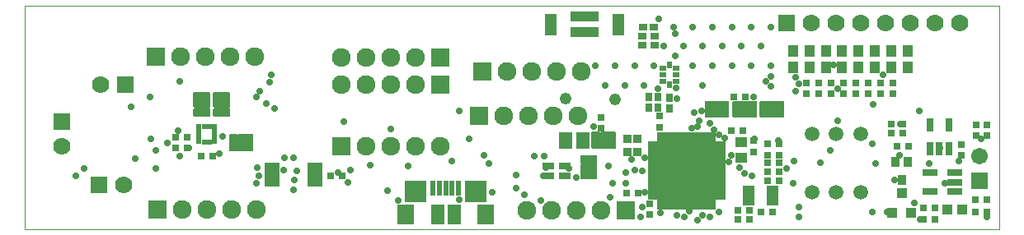
<source format=gts>
G04*
G04 #@! TF.GenerationSoftware,Altium Limited,Altium Designer,19.1.5 (86)*
G04*
G04 Layer_Color=8388736*
%FSLAX25Y25*%
%MOIN*%
G70*
G01*
G75*
%ADD12C,0.00394*%
%ADD32O,0.04000X0.02000*%
%ADD33O,0.02000X0.04000*%
%ADD51R,0.11824X0.03950*%
%ADD52R,0.04737X0.08674*%
%ADD53R,0.02965X0.02965*%
%ADD54R,0.03950X0.04737*%
%ADD55R,0.03753X0.03162*%
%ADD56R,0.03241X0.03162*%
%ADD57R,0.02375X0.03162*%
%ADD58R,0.03162X0.02375*%
%ADD59R,0.02375X0.06115*%
%ADD60R,0.09068X0.08674*%
%ADD61R,0.07099X0.08280*%
%ADD62R,0.05524X0.08280*%
%ADD63R,0.05328X0.06509*%
%ADD64R,0.04934X0.03162*%
%ADD65R,0.03556X0.03753*%
%ADD66R,0.03162X0.03241*%
%ADD67R,0.04147X0.01981*%
%ADD68R,0.01981X0.04147*%
%ADD69R,0.23241X0.23241*%
%ADD70R,0.03162X0.03753*%
%ADD71R,0.02965X0.02965*%
%ADD72R,0.04737X0.04343*%
%ADD73R,0.04737X0.07887*%
%ADD74R,0.03950X0.03950*%
%ADD75R,0.06312X0.03162*%
%ADD76R,0.03162X0.05328*%
%ADD77R,0.03950X0.04343*%
%ADD78R,0.03556X0.04343*%
%ADD79R,0.06312X0.01981*%
%ADD80R,0.01981X0.02178*%
%ADD81R,0.02178X0.01981*%
%ADD82C,0.07001*%
%ADD83R,0.07001X0.07001*%
%ADD84R,0.07591X0.07591*%
%ADD85C,0.07591*%
%ADD86C,0.06706*%
%ADD87R,0.06706X0.06706*%
%ADD88C,0.05918*%
%ADD89R,0.07001X0.07001*%
%ADD90C,0.02800*%
%ADD91C,0.04800*%
G36*
X406552Y158897D02*
X406604Y158887D01*
X406653Y158870D01*
X406700Y158847D01*
X406744Y158818D01*
X406783Y158783D01*
X406818Y158744D01*
X406847Y158700D01*
X406870Y158653D01*
X406887Y158604D01*
X406897Y158552D01*
X406901Y158500D01*
Y152500D01*
X406897Y152448D01*
X406887Y152396D01*
X406870Y152347D01*
X406847Y152300D01*
X406818Y152256D01*
X406783Y152217D01*
X406744Y152182D01*
X406700Y152153D01*
X406653Y152130D01*
X406604Y152113D01*
X406552Y152103D01*
X406500Y152099D01*
X401000D01*
X400948Y152103D01*
X400896Y152113D01*
X400847Y152130D01*
X400800Y152153D01*
X400756Y152182D01*
X400717Y152217D01*
X400682Y152256D01*
X400653Y152300D01*
X400630Y152347D01*
X400613Y152396D01*
X400603Y152448D01*
X400599Y152500D01*
X400601Y152534D01*
X400283Y152217D01*
X400244Y152182D01*
X400200Y152153D01*
X400153Y152130D01*
X400104Y152113D01*
X400052Y152103D01*
X400000Y152099D01*
X397500D01*
X397448Y152103D01*
X397396Y152113D01*
X397347Y152130D01*
X397300Y152153D01*
X397256Y152182D01*
X397217Y152217D01*
X397182Y152256D01*
X397153Y152300D01*
X397130Y152347D01*
X397113Y152396D01*
X397103Y152448D01*
X397099Y152500D01*
Y158500D01*
X397103Y158552D01*
X397113Y158604D01*
X397130Y158653D01*
X397153Y158700D01*
X397182Y158744D01*
X397217Y158783D01*
X397256Y158818D01*
X397300Y158847D01*
X397347Y158870D01*
X397396Y158887D01*
X397448Y158897D01*
X397500Y158901D01*
X400000D01*
X400052Y158897D01*
X400104Y158887D01*
X400153Y158870D01*
X400200Y158847D01*
X400244Y158818D01*
X400283Y158783D01*
X400601Y158466D01*
X400599Y158500D01*
X400603Y158552D01*
X400613Y158604D01*
X400630Y158653D01*
X400653Y158700D01*
X400682Y158744D01*
X400717Y158783D01*
X400756Y158818D01*
X400800Y158847D01*
X400847Y158870D01*
X400896Y158887D01*
X400948Y158897D01*
X401000Y158901D01*
X406500D01*
X406552Y158897D01*
D02*
G37*
G36*
X395552D02*
X395604Y158887D01*
X395653Y158870D01*
X395700Y158847D01*
X395744Y158818D01*
X395783Y158783D01*
X395818Y158744D01*
X395847Y158700D01*
X395870Y158653D01*
X395887Y158604D01*
X395897Y158552D01*
X395901Y158500D01*
Y152500D01*
X395897Y152448D01*
X395887Y152396D01*
X395870Y152347D01*
X395847Y152300D01*
X395818Y152256D01*
X395783Y152217D01*
X395744Y152182D01*
X395700Y152153D01*
X395653Y152130D01*
X395604Y152113D01*
X395552Y152103D01*
X395500Y152099D01*
X390000D01*
X389948Y152103D01*
X389896Y152113D01*
X389847Y152130D01*
X389800Y152153D01*
X389756Y152182D01*
X389717Y152217D01*
X389682Y152256D01*
X389653Y152300D01*
X389630Y152347D01*
X389613Y152396D01*
X389603Y152448D01*
X389599Y152500D01*
X389601Y152534D01*
X389283Y152217D01*
X389244Y152182D01*
X389200Y152153D01*
X389153Y152130D01*
X389104Y152113D01*
X389052Y152103D01*
X389000Y152099D01*
X386500D01*
X386448Y152103D01*
X386396Y152113D01*
X386347Y152130D01*
X386300Y152153D01*
X386256Y152182D01*
X386217Y152217D01*
X386182Y152256D01*
X386153Y152300D01*
X386130Y152347D01*
X386113Y152396D01*
X386103Y152448D01*
X386099Y152500D01*
Y158500D01*
X386103Y158552D01*
X386113Y158604D01*
X386130Y158653D01*
X386153Y158700D01*
X386182Y158744D01*
X386217Y158783D01*
X386256Y158818D01*
X386300Y158847D01*
X386347Y158870D01*
X386396Y158887D01*
X386448Y158897D01*
X386500Y158901D01*
X389000D01*
X389052Y158897D01*
X389104Y158887D01*
X389153Y158870D01*
X389200Y158847D01*
X389244Y158818D01*
X389283Y158783D01*
X389601Y158466D01*
X389599Y158500D01*
X389603Y158552D01*
X389613Y158604D01*
X389630Y158653D01*
X389653Y158700D01*
X389682Y158744D01*
X389717Y158783D01*
X389756Y158818D01*
X389800Y158847D01*
X389847Y158870D01*
X389896Y158887D01*
X389948Y158897D01*
X390000Y158901D01*
X395500D01*
X395552Y158897D01*
D02*
G37*
G36*
X384302D02*
X384354Y158887D01*
X384403Y158870D01*
X384450Y158847D01*
X384494Y158818D01*
X384533Y158783D01*
X384568Y158744D01*
X384597Y158700D01*
X384620Y158653D01*
X384637Y158604D01*
X384647Y158552D01*
X384651Y158500D01*
Y152500D01*
X384647Y152448D01*
X384637Y152396D01*
X384620Y152347D01*
X384597Y152300D01*
X384568Y152256D01*
X384533Y152217D01*
X384494Y152182D01*
X384450Y152153D01*
X384403Y152130D01*
X384354Y152113D01*
X384302Y152103D01*
X384250Y152099D01*
X378750D01*
X378698Y152103D01*
X378646Y152113D01*
X378597Y152130D01*
X378550Y152153D01*
X378506Y152182D01*
X378467Y152217D01*
X378432Y152256D01*
X378403Y152300D01*
X378380Y152347D01*
X378363Y152396D01*
X378353Y152448D01*
X378349Y152500D01*
X378351Y152534D01*
X378033Y152217D01*
X377994Y152182D01*
X377950Y152153D01*
X377903Y152130D01*
X377854Y152113D01*
X377802Y152103D01*
X377750Y152099D01*
X375250D01*
X375198Y152103D01*
X375146Y152113D01*
X375097Y152130D01*
X375050Y152153D01*
X375006Y152182D01*
X374967Y152217D01*
X374932Y152256D01*
X374903Y152300D01*
X374880Y152347D01*
X374863Y152396D01*
X374853Y152448D01*
X374849Y152500D01*
Y158500D01*
X374853Y158552D01*
X374863Y158604D01*
X374880Y158653D01*
X374903Y158700D01*
X374932Y158744D01*
X374967Y158783D01*
X375006Y158818D01*
X375050Y158847D01*
X375097Y158870D01*
X375146Y158887D01*
X375198Y158897D01*
X375250Y158901D01*
X377750D01*
X377802Y158897D01*
X377854Y158887D01*
X377903Y158870D01*
X377950Y158847D01*
X377994Y158818D01*
X378033Y158783D01*
X378351Y158466D01*
X378349Y158500D01*
X378353Y158552D01*
X378363Y158604D01*
X378380Y158653D01*
X378403Y158700D01*
X378432Y158744D01*
X378467Y158783D01*
X378506Y158818D01*
X378550Y158847D01*
X378597Y158870D01*
X378646Y158887D01*
X378698Y158897D01*
X378750Y158901D01*
X384250D01*
X384302Y158897D01*
D02*
G37*
G36*
X182552Y162397D02*
X182604Y162387D01*
X182653Y162370D01*
X182700Y162347D01*
X182744Y162318D01*
X182783Y162283D01*
X182818Y162244D01*
X182847Y162200D01*
X182870Y162153D01*
X182887Y162104D01*
X182897Y162052D01*
X182901Y162000D01*
Y156500D01*
X182897Y156448D01*
X182887Y156396D01*
X182870Y156347D01*
X182847Y156300D01*
X182818Y156256D01*
X182783Y156217D01*
X182744Y156182D01*
X182700Y156153D01*
X182653Y156130D01*
X182604Y156113D01*
X182552Y156103D01*
X182500Y156099D01*
X182466Y156101D01*
X182783Y155783D01*
X182818Y155744D01*
X182847Y155700D01*
X182870Y155653D01*
X182887Y155604D01*
X182897Y155552D01*
X182901Y155500D01*
Y153000D01*
X182897Y152948D01*
X182887Y152896D01*
X182870Y152847D01*
X182847Y152800D01*
X182818Y152756D01*
X182783Y152717D01*
X182744Y152682D01*
X182700Y152653D01*
X182653Y152630D01*
X182604Y152613D01*
X182552Y152603D01*
X182500Y152599D01*
X176500D01*
X176448Y152603D01*
X176396Y152613D01*
X176347Y152630D01*
X176300Y152653D01*
X176256Y152682D01*
X176217Y152717D01*
X176182Y152756D01*
X176153Y152800D01*
X176130Y152847D01*
X176113Y152896D01*
X176103Y152948D01*
X176099Y153000D01*
Y155500D01*
X176103Y155552D01*
X176113Y155604D01*
X176130Y155653D01*
X176153Y155700D01*
X176182Y155744D01*
X176217Y155783D01*
X176534Y156101D01*
X176500Y156099D01*
X176448Y156103D01*
X176396Y156113D01*
X176347Y156130D01*
X176300Y156153D01*
X176256Y156182D01*
X176217Y156217D01*
X176182Y156256D01*
X176153Y156300D01*
X176130Y156347D01*
X176113Y156396D01*
X176103Y156448D01*
X176099Y156500D01*
Y162000D01*
X176103Y162052D01*
X176113Y162104D01*
X176130Y162153D01*
X176153Y162200D01*
X176182Y162244D01*
X176217Y162283D01*
X176256Y162318D01*
X176300Y162347D01*
X176347Y162370D01*
X176396Y162387D01*
X176448Y162397D01*
X176500Y162401D01*
X182500D01*
X182552Y162397D01*
D02*
G37*
G36*
X174552D02*
X174604Y162387D01*
X174653Y162370D01*
X174700Y162347D01*
X174744Y162318D01*
X174783Y162283D01*
X174818Y162244D01*
X174847Y162200D01*
X174870Y162153D01*
X174887Y162104D01*
X174897Y162052D01*
X174901Y162000D01*
Y156500D01*
X174897Y156448D01*
X174887Y156396D01*
X174870Y156347D01*
X174847Y156300D01*
X174818Y156256D01*
X174783Y156217D01*
X174744Y156182D01*
X174700Y156153D01*
X174653Y156130D01*
X174604Y156113D01*
X174552Y156103D01*
X174500Y156099D01*
X174466Y156101D01*
X174783Y155783D01*
X174818Y155744D01*
X174847Y155700D01*
X174870Y155653D01*
X174887Y155604D01*
X174897Y155552D01*
X174901Y155500D01*
Y153000D01*
X174897Y152948D01*
X174887Y152896D01*
X174870Y152847D01*
X174847Y152800D01*
X174818Y152756D01*
X174783Y152717D01*
X174744Y152682D01*
X174700Y152653D01*
X174653Y152630D01*
X174604Y152613D01*
X174552Y152603D01*
X174500Y152599D01*
X168500D01*
X168448Y152603D01*
X168396Y152613D01*
X168347Y152630D01*
X168300Y152653D01*
X168256Y152682D01*
X168217Y152717D01*
X168182Y152756D01*
X168153Y152800D01*
X168130Y152847D01*
X168113Y152896D01*
X168103Y152948D01*
X168099Y153000D01*
Y155500D01*
X168103Y155552D01*
X168113Y155604D01*
X168130Y155653D01*
X168153Y155700D01*
X168182Y155744D01*
X168217Y155783D01*
X168535Y156101D01*
X168500Y156099D01*
X168448Y156103D01*
X168396Y156113D01*
X168347Y156130D01*
X168300Y156153D01*
X168256Y156182D01*
X168217Y156217D01*
X168182Y156256D01*
X168153Y156300D01*
X168130Y156347D01*
X168113Y156396D01*
X168103Y156448D01*
X168099Y156500D01*
Y162000D01*
X168103Y162052D01*
X168113Y162104D01*
X168130Y162153D01*
X168153Y162200D01*
X168182Y162244D01*
X168217Y162283D01*
X168256Y162318D01*
X168300Y162347D01*
X168347Y162370D01*
X168396Y162387D01*
X168448Y162397D01*
X168500Y162401D01*
X174500D01*
X174552Y162397D01*
D02*
G37*
G36*
X338552Y146397D02*
X338604Y146387D01*
X338653Y146370D01*
X338700Y146347D01*
X338744Y146318D01*
X338783Y146283D01*
X338818Y146244D01*
X338847Y146200D01*
X338870Y146153D01*
X338887Y146104D01*
X338897Y146052D01*
X338901Y146000D01*
Y140000D01*
X338897Y139948D01*
X338887Y139896D01*
X338870Y139847D01*
X338847Y139800D01*
X338818Y139756D01*
X338783Y139717D01*
X338744Y139682D01*
X338700Y139653D01*
X338653Y139630D01*
X338604Y139613D01*
X338552Y139603D01*
X338500Y139599D01*
X333000D01*
X332948Y139603D01*
X332896Y139613D01*
X332847Y139630D01*
X332800Y139653D01*
X332756Y139682D01*
X332717Y139717D01*
X332682Y139756D01*
X332653Y139800D01*
X332630Y139847D01*
X332613Y139896D01*
X332603Y139948D01*
X332599Y140000D01*
X332601Y140034D01*
X332283Y139717D01*
X332244Y139682D01*
X332200Y139653D01*
X332153Y139630D01*
X332104Y139613D01*
X332052Y139603D01*
X332000Y139599D01*
X329500D01*
X329448Y139603D01*
X329396Y139613D01*
X329347Y139630D01*
X329300Y139653D01*
X329256Y139682D01*
X329217Y139717D01*
X329182Y139756D01*
X329153Y139800D01*
X329130Y139847D01*
X329113Y139896D01*
X329103Y139948D01*
X329099Y140000D01*
Y146000D01*
X329103Y146052D01*
X329113Y146104D01*
X329130Y146153D01*
X329153Y146200D01*
X329182Y146244D01*
X329217Y146283D01*
X329256Y146318D01*
X329300Y146347D01*
X329347Y146370D01*
X329396Y146387D01*
X329448Y146397D01*
X329500Y146401D01*
X332000D01*
X332052Y146397D01*
X332104Y146387D01*
X332153Y146370D01*
X332200Y146347D01*
X332244Y146318D01*
X332283Y146283D01*
X332601Y145966D01*
X332599Y146000D01*
X332603Y146052D01*
X332613Y146104D01*
X332630Y146153D01*
X332653Y146200D01*
X332682Y146244D01*
X332717Y146283D01*
X332756Y146318D01*
X332800Y146347D01*
X332847Y146370D01*
X332896Y146387D01*
X332948Y146397D01*
X333000Y146401D01*
X338500D01*
X338552Y146397D01*
D02*
G37*
G36*
X192052Y145397D02*
X192104Y145387D01*
X192153Y145370D01*
X192200Y145347D01*
X192244Y145318D01*
X192283Y145283D01*
X192318Y145244D01*
X192347Y145200D01*
X192370Y145153D01*
X192387Y145104D01*
X192397Y145052D01*
X192401Y145000D01*
Y139000D01*
X192397Y138948D01*
X192387Y138896D01*
X192370Y138847D01*
X192347Y138800D01*
X192318Y138756D01*
X192283Y138717D01*
X192244Y138682D01*
X192200Y138653D01*
X192153Y138630D01*
X192104Y138613D01*
X192052Y138603D01*
X192000Y138599D01*
X186500D01*
X186448Y138603D01*
X186396Y138613D01*
X186347Y138630D01*
X186300Y138653D01*
X186256Y138682D01*
X186217Y138717D01*
X186182Y138756D01*
X186153Y138800D01*
X186130Y138847D01*
X186113Y138896D01*
X186103Y138948D01*
X186099Y139000D01*
X186101Y139034D01*
X185783Y138717D01*
X185744Y138682D01*
X185700Y138653D01*
X185653Y138630D01*
X185604Y138613D01*
X185552Y138603D01*
X185500Y138599D01*
X183000D01*
X182948Y138603D01*
X182896Y138613D01*
X182847Y138630D01*
X182800Y138653D01*
X182756Y138682D01*
X182717Y138717D01*
X182682Y138756D01*
X182653Y138800D01*
X182630Y138847D01*
X182613Y138896D01*
X182603Y138948D01*
X182599Y139000D01*
Y145000D01*
X182603Y145052D01*
X182613Y145104D01*
X182630Y145153D01*
X182653Y145200D01*
X182682Y145244D01*
X182717Y145283D01*
X182756Y145318D01*
X182800Y145347D01*
X182847Y145370D01*
X182896Y145387D01*
X182948Y145397D01*
X183000Y145401D01*
X185500D01*
X185552Y145397D01*
X185604Y145387D01*
X185653Y145370D01*
X185700Y145347D01*
X185744Y145318D01*
X185783Y145283D01*
X186101Y144966D01*
X186099Y145000D01*
X186103Y145052D01*
X186113Y145104D01*
X186130Y145153D01*
X186153Y145200D01*
X186182Y145244D01*
X186217Y145283D01*
X186256Y145318D01*
X186300Y145347D01*
X186347Y145370D01*
X186396Y145387D01*
X186448Y145397D01*
X186500Y145401D01*
X192000D01*
X192052Y145397D01*
D02*
G37*
G36*
X331052Y136897D02*
X331104Y136887D01*
X331153Y136870D01*
X331200Y136847D01*
X331244Y136818D01*
X331283Y136783D01*
X331318Y136744D01*
X331347Y136700D01*
X331370Y136653D01*
X331387Y136604D01*
X331397Y136552D01*
X331401Y136500D01*
Y134000D01*
X331397Y133948D01*
X331387Y133896D01*
X331370Y133847D01*
X331347Y133800D01*
X331318Y133756D01*
X331283Y133717D01*
X330965Y133399D01*
X331000Y133401D01*
X331052Y133397D01*
X331104Y133387D01*
X331153Y133370D01*
X331200Y133347D01*
X331244Y133318D01*
X331283Y133283D01*
X331318Y133244D01*
X331347Y133200D01*
X331370Y133153D01*
X331387Y133104D01*
X331397Y133052D01*
X331401Y133000D01*
Y127500D01*
X331397Y127448D01*
X331387Y127396D01*
X331370Y127347D01*
X331347Y127300D01*
X331318Y127256D01*
X331283Y127217D01*
X331244Y127182D01*
X331200Y127153D01*
X331153Y127130D01*
X331104Y127113D01*
X331052Y127103D01*
X331000Y127099D01*
X325000D01*
X324948Y127103D01*
X324896Y127113D01*
X324847Y127130D01*
X324800Y127153D01*
X324756Y127182D01*
X324717Y127217D01*
X324682Y127256D01*
X324653Y127300D01*
X324630Y127347D01*
X324613Y127396D01*
X324603Y127448D01*
X324599Y127500D01*
Y133000D01*
X324603Y133052D01*
X324613Y133104D01*
X324630Y133153D01*
X324653Y133200D01*
X324682Y133244D01*
X324717Y133283D01*
X324756Y133318D01*
X324800Y133347D01*
X324847Y133370D01*
X324896Y133387D01*
X324948Y133397D01*
X325000Y133401D01*
X325034Y133399D01*
X324717Y133717D01*
X324682Y133756D01*
X324653Y133800D01*
X324630Y133847D01*
X324613Y133896D01*
X324603Y133948D01*
X324599Y134000D01*
Y136500D01*
X324603Y136552D01*
X324613Y136604D01*
X324630Y136653D01*
X324653Y136700D01*
X324682Y136744D01*
X324717Y136783D01*
X324756Y136818D01*
X324800Y136847D01*
X324847Y136870D01*
X324896Y136887D01*
X324948Y136897D01*
X325000Y136901D01*
X331000D01*
X331052Y136897D01*
D02*
G37*
%LPC*%
G36*
X403399Y155535D02*
X403401Y155500D01*
X403399Y155465D01*
X403433Y155500D01*
X403399Y155535D01*
D02*
G37*
G36*
X392399D02*
X392401Y155500D01*
X392399Y155465D01*
X392433Y155500D01*
X392399Y155535D01*
D02*
G37*
G36*
X381149D02*
X381151Y155500D01*
X381149Y155465D01*
X381183Y155500D01*
X381149Y155535D01*
D02*
G37*
G36*
X179500Y158933D02*
X179465Y158899D01*
X179500Y158901D01*
X179534Y158899D01*
X179500Y158933D01*
D02*
G37*
G36*
X171500D02*
X171466Y158899D01*
X171500Y158901D01*
X171535Y158899D01*
X171500Y158933D01*
D02*
G37*
G36*
X335399Y143035D02*
X335401Y143000D01*
X335399Y142965D01*
X335433Y143000D01*
X335399Y143035D01*
D02*
G37*
G36*
X188899Y142034D02*
X188901Y142000D01*
X188899Y141965D01*
X188933Y142000D01*
X188899Y142034D01*
D02*
G37*
G36*
X328034Y130601D02*
X328000Y130599D01*
X327965Y130601D01*
X328000Y130567D01*
X328034Y130601D01*
D02*
G37*
%LPD*%
D12*
X330000Y197500D02*
X375500D01*
X100000D02*
X494000D01*
Y107000D02*
Y197500D01*
X100000Y107000D02*
X494000D01*
X100000D02*
Y197500D01*
D32*
X328000Y135250D02*
D03*
Y128750D02*
D03*
X179500Y154250D02*
D03*
Y160750D02*
D03*
X171500Y154250D02*
D03*
Y160750D02*
D03*
D33*
X330750Y143000D02*
D03*
X337250D02*
D03*
X387750Y155500D02*
D03*
X394250D02*
D03*
X376500D02*
D03*
X383000D02*
D03*
X398750D02*
D03*
X405250D02*
D03*
X184250Y142000D02*
D03*
X190750D02*
D03*
D51*
X326220Y186791D02*
D03*
Y193209D02*
D03*
D52*
X340000Y190000D02*
D03*
X312441D02*
D03*
D53*
X451000Y166300D02*
D03*
Y161700D02*
D03*
X333000Y147700D02*
D03*
Y152300D02*
D03*
X356500Y148200D02*
D03*
Y152800D02*
D03*
X394500Y138200D02*
D03*
Y142800D02*
D03*
X489000Y149300D02*
D03*
Y144700D02*
D03*
X484500Y149300D02*
D03*
Y144700D02*
D03*
X478500Y141300D02*
D03*
Y136700D02*
D03*
X446000Y166300D02*
D03*
Y161700D02*
D03*
X441000Y166300D02*
D03*
Y161700D02*
D03*
X436000Y166300D02*
D03*
Y161700D02*
D03*
X431000Y166300D02*
D03*
Y161700D02*
D03*
X426000Y166300D02*
D03*
Y161700D02*
D03*
X421000Y166300D02*
D03*
Y161700D02*
D03*
X416000Y166300D02*
D03*
Y161700D02*
D03*
X165500Y144300D02*
D03*
Y139700D02*
D03*
X161000Y144300D02*
D03*
Y139700D02*
D03*
X352500Y112700D02*
D03*
Y117300D02*
D03*
D54*
X450357Y172653D02*
D03*
Y179347D02*
D03*
X430429Y172653D02*
D03*
Y179347D02*
D03*
X417143Y172653D02*
D03*
Y179347D02*
D03*
X423786Y172653D02*
D03*
Y179347D02*
D03*
X437071Y172653D02*
D03*
Y179347D02*
D03*
X443714Y172653D02*
D03*
Y179347D02*
D03*
X457000Y172653D02*
D03*
Y179347D02*
D03*
X410500Y172653D02*
D03*
Y179347D02*
D03*
D55*
X354165Y189000D02*
D03*
X349835D02*
D03*
D56*
X349500Y185311D02*
D03*
Y181689D02*
D03*
X354500Y185311D02*
D03*
Y181689D02*
D03*
D57*
X360500Y165563D02*
D03*
Y173437D02*
D03*
D58*
X363197Y172059D02*
D03*
Y169500D02*
D03*
Y166941D02*
D03*
X357803Y172059D02*
D03*
Y169500D02*
D03*
Y166941D02*
D03*
D59*
X275272Y123532D02*
D03*
X272713D02*
D03*
X270154D02*
D03*
X267594D02*
D03*
X265035D02*
D03*
D60*
X282358Y122252D02*
D03*
X257949D02*
D03*
D61*
X286295Y113000D02*
D03*
X254012D02*
D03*
D62*
X273500D02*
D03*
X266807D02*
D03*
D63*
X325543Y143000D02*
D03*
X318457D02*
D03*
D64*
X311654Y128630D02*
D03*
Y132370D02*
D03*
X318346D02*
D03*
Y128630D02*
D03*
D65*
X347469Y143657D02*
D03*
Y138343D02*
D03*
X343532D02*
D03*
Y143657D02*
D03*
D66*
X352378Y160665D02*
D03*
X356000D02*
D03*
X352378Y156165D02*
D03*
X356000D02*
D03*
D67*
X381165Y119783D02*
D03*
Y121752D02*
D03*
Y123720D02*
D03*
Y125689D02*
D03*
Y127657D02*
D03*
Y129626D02*
D03*
Y131594D02*
D03*
Y133563D02*
D03*
Y135532D02*
D03*
Y137500D02*
D03*
Y139469D02*
D03*
Y141437D02*
D03*
X354000D02*
D03*
Y139469D02*
D03*
Y137500D02*
D03*
Y135532D02*
D03*
Y133563D02*
D03*
Y131594D02*
D03*
Y129626D02*
D03*
Y127657D02*
D03*
Y125689D02*
D03*
Y123720D02*
D03*
Y121752D02*
D03*
Y119783D02*
D03*
D68*
X378409Y144193D02*
D03*
X376441D02*
D03*
X374472D02*
D03*
X372504D02*
D03*
X370535D02*
D03*
X368567D02*
D03*
X366598D02*
D03*
X364630D02*
D03*
X362661D02*
D03*
X360693D02*
D03*
X358724D02*
D03*
X356756D02*
D03*
Y117028D02*
D03*
X358724D02*
D03*
X360693D02*
D03*
X362661D02*
D03*
X364630D02*
D03*
X366598D02*
D03*
X368567D02*
D03*
X370535D02*
D03*
X372504D02*
D03*
X374472D02*
D03*
X376441D02*
D03*
X378409D02*
D03*
D69*
X367583Y130610D02*
D03*
D70*
X360500Y160331D02*
D03*
Y156000D02*
D03*
D71*
X386700Y160500D02*
D03*
X391300D02*
D03*
X385700Y147000D02*
D03*
X390300D02*
D03*
X400200Y141500D02*
D03*
X404800D02*
D03*
X388200Y114500D02*
D03*
X392800D02*
D03*
X388200Y111000D02*
D03*
X392800D02*
D03*
X397700Y114000D02*
D03*
X402300D02*
D03*
X400200Y126500D02*
D03*
X404800D02*
D03*
Y130090D02*
D03*
X400200D02*
D03*
Y133817D02*
D03*
X404800D02*
D03*
X400200Y137000D02*
D03*
X404800D02*
D03*
X467800Y111000D02*
D03*
X463200D02*
D03*
X467800Y115500D02*
D03*
X463200D02*
D03*
X457300Y140500D02*
D03*
X452700D02*
D03*
X450200Y146000D02*
D03*
X454800D02*
D03*
X450200Y149500D02*
D03*
X454800D02*
D03*
X223700Y128500D02*
D03*
X228300D02*
D03*
X171200Y136500D02*
D03*
X175800D02*
D03*
X484200Y119000D02*
D03*
X488800D02*
D03*
X484200Y114000D02*
D03*
X488800D02*
D03*
X343200Y121500D02*
D03*
X347800D02*
D03*
D72*
X389500Y142150D02*
D03*
Y135850D02*
D03*
D73*
X392500Y120500D02*
D03*
X402342D02*
D03*
D74*
X473047Y115000D02*
D03*
X478953D02*
D03*
D75*
X475921Y122260D02*
D03*
Y126000D02*
D03*
Y129740D02*
D03*
X466079D02*
D03*
Y122260D02*
D03*
D76*
X466020Y149343D02*
D03*
X473500D02*
D03*
Y139500D02*
D03*
X469760D02*
D03*
X466020D02*
D03*
D77*
X454500Y121500D02*
D03*
X458240Y113626D02*
D03*
X450760D02*
D03*
D78*
X454500Y126760D02*
D03*
X451941Y134240D02*
D03*
X457059D02*
D03*
D79*
X217161Y132937D02*
D03*
Y130969D02*
D03*
Y129000D02*
D03*
Y127032D02*
D03*
Y125063D02*
D03*
X199839D02*
D03*
Y127032D02*
D03*
Y129000D02*
D03*
Y130969D02*
D03*
Y132937D02*
D03*
D80*
X172516Y148650D02*
D03*
X174484D02*
D03*
Y142350D02*
D03*
X172516D02*
D03*
D81*
X176650Y148453D02*
D03*
Y146484D02*
D03*
Y144516D02*
D03*
Y142547D02*
D03*
X170350D02*
D03*
Y144516D02*
D03*
Y146484D02*
D03*
Y148453D02*
D03*
D82*
X478000Y190500D02*
D03*
X468000D02*
D03*
X458000D02*
D03*
X448000D02*
D03*
X438000D02*
D03*
X428000D02*
D03*
X418000D02*
D03*
X140000Y125000D02*
D03*
X115000Y140500D02*
D03*
X130500Y165500D02*
D03*
D83*
X408000Y190500D02*
D03*
X130000Y125000D02*
D03*
X140500Y165500D02*
D03*
D84*
X283500Y153000D02*
D03*
X285000Y171000D02*
D03*
X268000Y176500D02*
D03*
Y165500D02*
D03*
X343000Y114500D02*
D03*
X153000Y177000D02*
D03*
X228000Y140500D02*
D03*
X153500Y115000D02*
D03*
D85*
X293500Y153000D02*
D03*
X303500D02*
D03*
X313500D02*
D03*
X323500D02*
D03*
X295000Y171000D02*
D03*
X305000D02*
D03*
X315000D02*
D03*
X325000D02*
D03*
X258000Y176500D02*
D03*
X248000D02*
D03*
X238000D02*
D03*
X228000D02*
D03*
X258000Y165500D02*
D03*
X248000D02*
D03*
X238000D02*
D03*
X228000D02*
D03*
X333000Y114500D02*
D03*
X323000D02*
D03*
X313000D02*
D03*
X303000D02*
D03*
X163000Y177000D02*
D03*
X173000D02*
D03*
X183000D02*
D03*
X193000D02*
D03*
X238000Y140500D02*
D03*
X248000D02*
D03*
X258000D02*
D03*
X268000D02*
D03*
X163500Y115000D02*
D03*
X173500D02*
D03*
X183500D02*
D03*
X193500D02*
D03*
D86*
X486000Y136500D02*
D03*
D87*
Y126500D02*
D03*
D88*
X437843Y145622D02*
D03*
X428000D02*
D03*
X418157D02*
D03*
Y122000D02*
D03*
X428000D02*
D03*
X437843D02*
D03*
D89*
X115000Y150500D02*
D03*
D90*
X366500Y112000D02*
D03*
X372000Y110500D02*
D03*
X374000Y112500D02*
D03*
X377000Y112000D02*
D03*
X363500Y112500D02*
D03*
X368500Y114300D02*
D03*
X380500Y114000D02*
D03*
X226500Y130000D02*
D03*
X355853Y163925D02*
D03*
X363720Y159822D02*
D03*
X363311Y164303D02*
D03*
X363080Y177232D02*
D03*
X363034Y186232D02*
D03*
X356422Y192065D02*
D03*
X401575Y188977D02*
D03*
Y173228D02*
D03*
X393701Y188977D02*
D03*
X397638Y181103D02*
D03*
X393701Y173228D02*
D03*
X385827Y188977D02*
D03*
X389764Y181103D02*
D03*
X385827Y173228D02*
D03*
X377953Y188977D02*
D03*
X381890Y181103D02*
D03*
X377953Y173228D02*
D03*
X370079Y188977D02*
D03*
X374016Y181103D02*
D03*
X370079Y173228D02*
D03*
X374016Y165354D02*
D03*
X362205Y188977D02*
D03*
X366142Y181103D02*
D03*
X358268D02*
D03*
X354331Y173228D02*
D03*
X346457D02*
D03*
X350394Y165354D02*
D03*
X338583Y173228D02*
D03*
X342520Y165354D02*
D03*
X330709Y173228D02*
D03*
X334646Y165354D02*
D03*
X413000Y112000D02*
D03*
X394500Y160500D02*
D03*
X348869Y112000D02*
D03*
X349500Y116000D02*
D03*
X350727Y121767D02*
D03*
X275500Y155000D02*
D03*
X229000Y150500D02*
D03*
X410500Y125500D02*
D03*
X488800Y111700D02*
D03*
X454000Y149500D02*
D03*
X470000Y139740D02*
D03*
X486665Y143500D02*
D03*
X477500Y134500D02*
D03*
X472000Y125500D02*
D03*
X462000Y111000D02*
D03*
X404500Y143000D02*
D03*
X395000Y143500D02*
D03*
X343000Y125400D02*
D03*
Y130000D02*
D03*
X336000Y132500D02*
D03*
X330000Y148500D02*
D03*
X346500Y131000D02*
D03*
X360500Y124000D02*
D03*
X365000D02*
D03*
X369500D02*
D03*
X374500D02*
D03*
X308500Y118500D02*
D03*
X336500Y120000D02*
D03*
X337500Y125500D02*
D03*
X350500Y136000D02*
D03*
X345400Y135266D02*
D03*
X349500Y130500D02*
D03*
X280500Y120394D02*
D03*
X273500Y114000D02*
D03*
X266500Y113000D02*
D03*
X251000Y118500D02*
D03*
X230500Y126000D02*
D03*
X194000Y132000D02*
D03*
X193500Y125500D02*
D03*
X178500Y137500D02*
D03*
X179984Y144516D02*
D03*
X166300Y139700D02*
D03*
X357000Y113500D02*
D03*
X428500Y164000D02*
D03*
X199000Y166500D02*
D03*
X201000Y156000D02*
D03*
X411582Y163000D02*
D03*
X413000Y166000D02*
D03*
X302000Y121000D02*
D03*
X320000Y131417D02*
D03*
X310500Y132000D02*
D03*
X309500Y128500D02*
D03*
X323000Y128000D02*
D03*
X285500Y137000D02*
D03*
X298500Y129000D02*
D03*
Y123500D02*
D03*
X306000Y136500D02*
D03*
X310000D02*
D03*
X444000Y133500D02*
D03*
X442500Y114000D02*
D03*
X401500Y165000D02*
D03*
Y169000D02*
D03*
X399500Y167000D02*
D03*
X370718Y154282D02*
D03*
X372500Y151000D02*
D03*
X372100Y148400D02*
D03*
X369500Y148000D02*
D03*
X373500Y155000D02*
D03*
X378503Y147316D02*
D03*
X377100Y149777D02*
D03*
X427000Y173500D02*
D03*
X411500Y168500D02*
D03*
X447000Y169500D02*
D03*
X425500Y139000D02*
D03*
X421500Y134000D02*
D03*
X408000Y131500D02*
D03*
X411000Y134500D02*
D03*
X453500Y137000D02*
D03*
X442500Y141500D02*
D03*
X448500Y114000D02*
D03*
X413000Y116000D02*
D03*
X287500Y133500D02*
D03*
X391000Y129500D02*
D03*
X394000Y128500D02*
D03*
X248000Y147500D02*
D03*
X279500Y143500D02*
D03*
X380600Y145277D02*
D03*
X383000Y144000D02*
D03*
X384742Y134242D02*
D03*
X389000Y132000D02*
D03*
X385500Y137000D02*
D03*
X272500Y134500D02*
D03*
X289000Y121900D02*
D03*
X275500Y119000D02*
D03*
X153000Y131500D02*
D03*
Y139000D02*
D03*
X162500Y136500D02*
D03*
X204500Y131000D02*
D03*
X246500Y122500D02*
D03*
X197500Y158000D02*
D03*
X193700Y160500D02*
D03*
X195000Y163000D02*
D03*
X465500Y133500D02*
D03*
X459500Y117500D02*
D03*
X208500Y123000D02*
D03*
X209000Y127000D02*
D03*
X157500Y142000D02*
D03*
X162000Y147000D02*
D03*
X210000Y130500D02*
D03*
X428500Y151000D02*
D03*
X231500Y131000D02*
D03*
X443000Y157500D02*
D03*
X461500Y155000D02*
D03*
X451500Y127000D02*
D03*
X151000Y143500D02*
D03*
X194500Y128500D02*
D03*
X208500Y136000D02*
D03*
X205000D02*
D03*
X239500Y133000D02*
D03*
X150500Y160500D02*
D03*
X199500Y169500D02*
D03*
X162500Y167000D02*
D03*
X255000Y132500D02*
D03*
X124000Y131500D02*
D03*
X120500Y128500D02*
D03*
X143000Y156500D02*
D03*
X144500Y135500D02*
D03*
D91*
X338500Y159500D02*
D03*
X318500Y160000D02*
D03*
M02*

</source>
